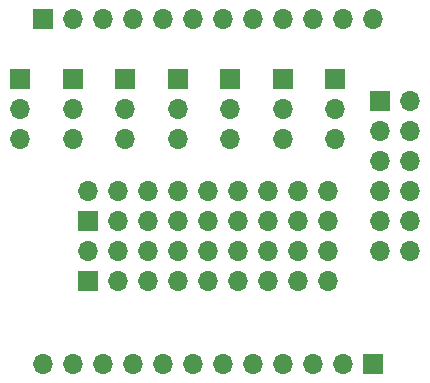
<source format=gts>
G04 #@! TF.FileFunction,Soldermask,Top*
%FSLAX46Y46*%
G04 Gerber Fmt 4.6, Leading zero omitted, Abs format (unit mm)*
G04 Created by KiCad (PCBNEW 4.0.7-e2-6376~60~ubuntu17.10.1) date Thu Nov  2 21:58:26 2017*
%MOMM*%
%LPD*%
G01*
G04 APERTURE LIST*
%ADD10C,0.100000*%
%ADD11R,1.700000X1.700000*%
%ADD12O,1.700000X1.700000*%
G04 APERTURE END LIST*
D10*
D11*
X164465000Y-96520000D03*
D12*
X164465000Y-99060000D03*
X164465000Y-101600000D03*
D11*
X148590000Y-91440000D03*
D12*
X151130000Y-91440000D03*
X153670000Y-91440000D03*
X156210000Y-91440000D03*
X158750000Y-91440000D03*
X161290000Y-91440000D03*
X163830000Y-91440000D03*
X166370000Y-91440000D03*
X168910000Y-91440000D03*
X171450000Y-91440000D03*
X173990000Y-91440000D03*
X176530000Y-91440000D03*
D11*
X176530000Y-120650000D03*
D12*
X173990000Y-120650000D03*
X171450000Y-120650000D03*
X168910000Y-120650000D03*
X166370000Y-120650000D03*
X163830000Y-120650000D03*
X161290000Y-120650000D03*
X158750000Y-120650000D03*
X156210000Y-120650000D03*
X153670000Y-120650000D03*
X151130000Y-120650000D03*
X148590000Y-120650000D03*
D11*
X173355000Y-96520000D03*
D12*
X173355000Y-99060000D03*
X173355000Y-101600000D03*
D11*
X168910000Y-96520000D03*
D12*
X168910000Y-99060000D03*
X168910000Y-101600000D03*
D11*
X160020000Y-96520000D03*
D12*
X160020000Y-99060000D03*
X160020000Y-101600000D03*
D11*
X155575000Y-96520000D03*
D12*
X155575000Y-99060000D03*
X155575000Y-101600000D03*
D11*
X146685000Y-96520000D03*
D12*
X146685000Y-99060000D03*
X146685000Y-101600000D03*
D11*
X151130000Y-96520000D03*
D12*
X151130000Y-99060000D03*
X151130000Y-101600000D03*
D11*
X177165000Y-98425000D03*
D12*
X179705000Y-98425000D03*
X177165000Y-100965000D03*
X179705000Y-100965000D03*
X177165000Y-103505000D03*
X179705000Y-103505000D03*
X177165000Y-106045000D03*
X179705000Y-106045000D03*
X177165000Y-108585000D03*
X179705000Y-108585000D03*
X177165000Y-111125000D03*
X179705000Y-111125000D03*
D11*
X152400000Y-108585000D03*
D12*
X152400000Y-106045000D03*
X154940000Y-108585000D03*
X154940000Y-106045000D03*
X157480000Y-108585000D03*
X157480000Y-106045000D03*
X160020000Y-108585000D03*
X160020000Y-106045000D03*
X162560000Y-108585000D03*
X162560000Y-106045000D03*
X165100000Y-108585000D03*
X165100000Y-106045000D03*
X167640000Y-108585000D03*
X167640000Y-106045000D03*
X170180000Y-108585000D03*
X170180000Y-106045000D03*
X172720000Y-108585000D03*
X172720000Y-106045000D03*
D11*
X152400000Y-113665000D03*
D12*
X152400000Y-111125000D03*
X154940000Y-113665000D03*
X154940000Y-111125000D03*
X157480000Y-113665000D03*
X157480000Y-111125000D03*
X160020000Y-113665000D03*
X160020000Y-111125000D03*
X162560000Y-113665000D03*
X162560000Y-111125000D03*
X165100000Y-113665000D03*
X165100000Y-111125000D03*
X167640000Y-113665000D03*
X167640000Y-111125000D03*
X170180000Y-113665000D03*
X170180000Y-111125000D03*
X172720000Y-113665000D03*
X172720000Y-111125000D03*
M02*

</source>
